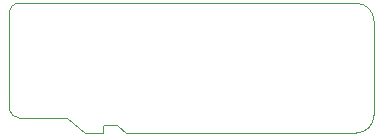
<source format=gbr>
G04 #@! TF.GenerationSoftware,KiCad,Pcbnew,(5.99.0-9526-g5c17ff0595)*
G04 #@! TF.CreationDate,2021-07-11T19:27:33-05:00*
G04 #@! TF.ProjectId,SDtoSAOadapter,5344746f-5341-44f6-9164-61707465722e,rev?*
G04 #@! TF.SameCoordinates,Original*
G04 #@! TF.FileFunction,Profile,NP*
%FSLAX46Y46*%
G04 Gerber Fmt 4.6, Leading zero omitted, Abs format (unit mm)*
G04 Created by KiCad (PCBNEW (5.99.0-9526-g5c17ff0595)) date 2021-07-11 19:27:33*
%MOMM*%
%LPD*%
G01*
G04 APERTURE LIST*
G04 #@! TA.AperFunction,Profile*
%ADD10C,0.100000*%
G04 #@! TD*
G04 #@! TA.AperFunction,Profile*
%ADD11C,0.050000*%
G04 #@! TD*
G04 APERTURE END LIST*
D10*
X119519340Y-62100000D02*
X114780000Y-62100000D01*
X119719340Y-51100000D02*
X114980000Y-51100000D01*
X131739340Y-60589340D02*
G75*
G02*
X130239340Y-62089340I-1500000J0D01*
G01*
X130239340Y-51100000D02*
G75*
G02*
X131739340Y-52600000I0J-1500000D01*
G01*
X130239340Y-62089340D02*
X119519340Y-62100000D01*
X131739340Y-52600000D02*
X131739340Y-60589340D01*
X119719340Y-51100000D02*
X130239340Y-51100000D01*
D11*
X100879795Y-60099512D02*
G75*
G03*
X101680000Y-60800000I782197J86243D01*
G01*
X108780000Y-62100000D02*
X107280000Y-62100000D01*
X114780000Y-62100000D02*
X110780000Y-62100000D01*
X108780000Y-62100000D02*
X108780000Y-61600000D01*
X110780000Y-62100000D02*
X109980000Y-61400000D01*
X101693269Y-51100110D02*
G75*
G03*
X100880000Y-51900000I-13269J-799890D01*
G01*
X107280000Y-62100000D02*
X105780000Y-60800000D01*
X101693269Y-51100110D02*
X114980000Y-51100000D01*
X109980000Y-61400000D02*
X108980000Y-61400000D01*
X105780000Y-60800000D02*
X101680000Y-60800000D01*
X100880000Y-51900000D02*
X100880000Y-60099489D01*
X108980000Y-61400000D02*
G75*
G03*
X108780000Y-61600000I0J-200000D01*
G01*
M02*

</source>
